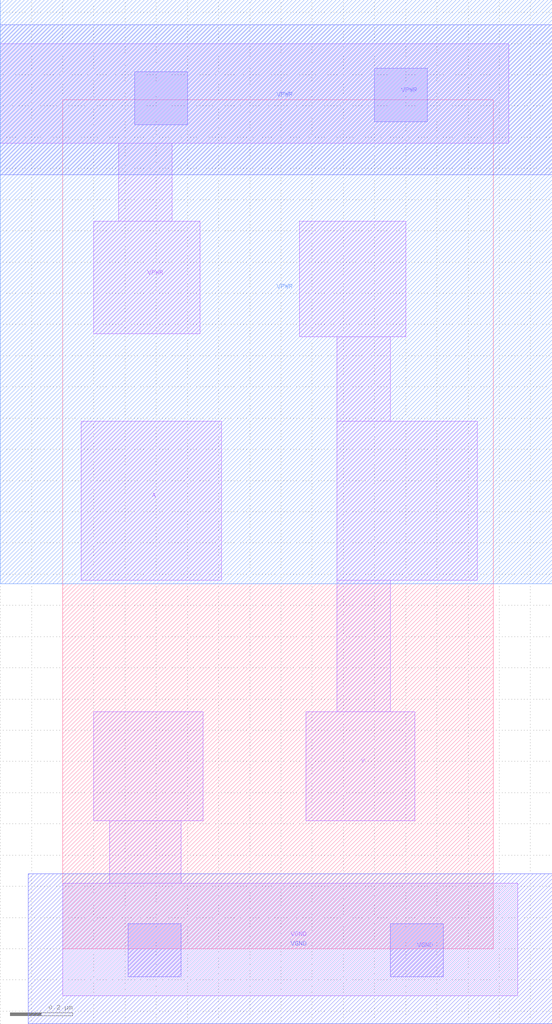
<source format=lef>
VERSION 5.7 ;
  NOWIREEXTENSIONATPIN ON ;
  DIVIDERCHAR "/" ;
  BUSBITCHARS "[]" ;
MACRO sky130_vsdinv
  CLASS CORE ;
  FOREIGN sky130_vsdinv ;
  ORIGIN 0.000 0.000 ;
  SIZE 1.380 BY 2.720 ;
  SITE unithd ;
  PIN A
    DIRECTION INPUT ;
    USE SIGNAL ;
    ANTENNAGATEAREA 0.193200 ;
    PORT
      LAYER li1 ;
        RECT 0.060 1.180 0.510 1.690 ;
    END
  END A
  PIN Y
    DIRECTION OUTPUT ;
    USE SIGNAL ;
    ANTENNADIFFAREA 0.336000 ;
    PORT
      LAYER li1 ;
        RECT 0.760 1.960 1.100 2.330 ;
        RECT 0.880 1.690 1.050 1.960 ;
        RECT 0.880 1.180 1.330 1.690 ;
        RECT 0.880 0.760 1.050 1.180 ;
        RECT 0.780 0.410 1.130 0.760 ;
    END
  END Y
  PIN VPWR
    DIRECTION INOUT ;
    USE POWER ;
    PORT
      LAYER nwell ;
        RECT -0.200 1.170 1.570 3.040 ;
      LAYER li1 ;
        RECT -0.200 2.580 1.430 2.900 ;
        RECT 0.180 2.330 0.350 2.580 ;
        RECT 0.100 1.970 0.440 2.330 ;
      LAYER mcon ;
        RECT 0.230 2.640 0.400 2.810 ;
        RECT 1.000 2.650 1.170 2.820 ;
      LAYER met1 ;
        RECT -0.200 2.480 1.570 2.960 ;
    END
  END VPWR
  PIN VGND
    DIRECTION INOUT ;
    USE GROUND ;
    PORT
      LAYER li1 ;
        RECT 0.100 0.410 0.450 0.760 ;
        RECT 0.150 0.210 0.380 0.410 ;
        RECT 0.000 -0.150 1.460 0.210 ;
      LAYER mcon ;
        RECT 0.210 -0.090 0.380 0.080 ;
        RECT 1.050 -0.090 1.220 0.080 ;
      LAYER met1 ;
        RECT -0.110 -0.240 1.570 0.240 ;
    END
  END VGND
END sky130_vsdinv
END LIBRARY


</source>
